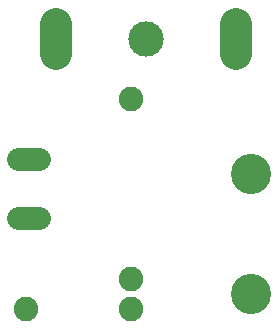
<source format=gts>
G75*
%MOIN*%
%OFA0B0*%
%FSLAX24Y24*%
%IPPOS*%
%LPD*%
%AMOC8*
5,1,8,0,0,1.08239X$1,22.5*
%
%ADD10C,0.1340*%
%ADD11C,0.0780*%
%ADD12C,0.0820*%
%ADD13C,0.1080*%
%ADD14C,0.1180*%
D10*
X009100Y002050D03*
X009100Y006050D03*
D11*
X002056Y006534D02*
X001356Y006534D01*
X001356Y004566D02*
X002056Y004566D01*
D12*
X001600Y001550D03*
X005100Y001550D03*
X005100Y002550D03*
X005100Y008550D03*
D13*
X002600Y010050D02*
X002600Y011050D01*
X008600Y011050D02*
X008600Y010050D01*
D14*
X005600Y010550D03*
M02*

</source>
